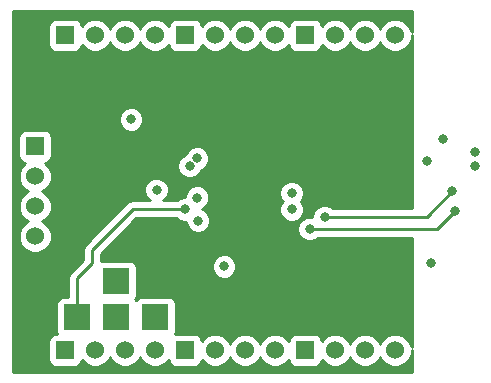
<source format=gbl>
G04 #@! TF.FileFunction,Copper,L4,Bot,Signal*
%FSLAX46Y46*%
G04 Gerber Fmt 4.6, Leading zero omitted, Abs format (unit mm)*
G04 Created by KiCad (PCBNEW (2015-01-16 BZR 5376)-product) date 25/06/2015 00:16:14*
%MOMM*%
G01*
G04 APERTURE LIST*
%ADD10C,0.150000*%
%ADD11R,1.524000X1.524000*%
%ADD12C,1.524000*%
%ADD13R,2.235200X2.235200*%
%ADD14C,0.800100*%
%ADD15C,0.254000*%
%ADD16C,0.508000*%
G04 APERTURE END LIST*
D10*
D11*
X109220000Y-45720000D03*
D12*
X111760000Y-45720000D03*
X114300000Y-45720000D03*
X116840000Y-45720000D03*
D11*
X99060000Y-45720000D03*
D12*
X101600000Y-45720000D03*
X104140000Y-45720000D03*
X106680000Y-45720000D03*
D11*
X88900000Y-45720000D03*
D12*
X91440000Y-45720000D03*
X93980000Y-45720000D03*
X96520000Y-45720000D03*
D11*
X109220000Y-72390000D03*
D12*
X111760000Y-72390000D03*
X114300000Y-72390000D03*
X116840000Y-72390000D03*
D11*
X99060000Y-72390000D03*
D12*
X101600000Y-72390000D03*
X104140000Y-72390000D03*
X106680000Y-72390000D03*
D11*
X88900000Y-72390000D03*
D12*
X91440000Y-72390000D03*
X93980000Y-72390000D03*
X96520000Y-72390000D03*
D11*
X86360000Y-55118000D03*
D12*
X86360000Y-57658000D03*
X86360000Y-60198000D03*
X86360000Y-62738000D03*
D13*
X96520000Y-69596000D03*
X93218000Y-69596000D03*
X89916000Y-69596000D03*
X93218000Y-66548000D03*
D14*
X120904000Y-54483000D03*
X119507000Y-56388000D03*
X123571000Y-55626000D03*
X123571000Y-56769000D03*
X100150500Y-61393500D03*
X100083500Y-59443500D03*
X94488000Y-52820000D03*
X108077000Y-59055000D03*
X108077000Y-60452000D03*
X119888000Y-65024000D03*
X96639500Y-58793500D03*
X100076000Y-56134000D03*
X99441000Y-56769000D03*
X102362000Y-65278000D03*
X109601000Y-62103000D03*
X121920000Y-60579000D03*
X110871000Y-61087000D03*
X121666000Y-58928000D03*
X99060000Y-60452000D03*
X113284000Y-55753000D03*
X113284000Y-53975000D03*
X100838000Y-69215000D03*
X103886000Y-69215000D03*
X102362000Y-69215000D03*
X96647000Y-56769000D03*
D15*
X100150500Y-61393500D02*
X100203000Y-61341000D01*
X100083500Y-59443500D02*
X100076000Y-59436000D01*
D16*
X94488000Y-52820000D02*
X94488000Y-52832000D01*
D15*
X96639500Y-58793500D02*
X96647000Y-58801000D01*
X120396000Y-62103000D02*
X109601000Y-62103000D01*
X121920000Y-60579000D02*
X120396000Y-62103000D01*
X119507000Y-61087000D02*
X110871000Y-61087000D01*
X121666000Y-58928000D02*
X119507000Y-61087000D01*
X116840000Y-72136000D02*
X116840000Y-72390000D01*
X89916000Y-66294000D02*
X91186000Y-65024000D01*
X91186000Y-65024000D02*
X91186000Y-63881000D01*
X91186000Y-63881000D02*
X94615000Y-60452000D01*
X94615000Y-60452000D02*
X99060000Y-60452000D01*
X89916000Y-69596000D02*
X89916000Y-66294000D01*
G36*
X118237000Y-74245470D02*
X84504530Y-74245470D01*
X84504530Y-43610530D01*
X90932000Y-43610530D01*
X118237000Y-43610530D01*
X118237000Y-45442753D01*
X118025010Y-44929697D01*
X117632370Y-44536371D01*
X117119100Y-44323243D01*
X116563339Y-44322758D01*
X116049697Y-44534990D01*
X115656371Y-44927630D01*
X115570050Y-45135512D01*
X115485010Y-44929697D01*
X115092370Y-44536371D01*
X114579100Y-44323243D01*
X114023339Y-44322758D01*
X113509697Y-44534990D01*
X113116371Y-44927630D01*
X113030050Y-45135512D01*
X112945010Y-44929697D01*
X112552370Y-44536371D01*
X112039100Y-44323243D01*
X111483339Y-44322758D01*
X110969697Y-44534990D01*
X110615892Y-44888177D01*
X110582463Y-44715877D01*
X110442673Y-44503073D01*
X110231640Y-44360623D01*
X109982000Y-44310560D01*
X108458000Y-44310560D01*
X108215877Y-44357537D01*
X108003073Y-44497327D01*
X107860623Y-44708360D01*
X107824395Y-44889011D01*
X107472370Y-44536371D01*
X106959100Y-44323243D01*
X106403339Y-44322758D01*
X105889697Y-44534990D01*
X105496371Y-44927630D01*
X105410050Y-45135512D01*
X105325010Y-44929697D01*
X104932370Y-44536371D01*
X104419100Y-44323243D01*
X103863339Y-44322758D01*
X103349697Y-44534990D01*
X102956371Y-44927630D01*
X102870050Y-45135512D01*
X102785010Y-44929697D01*
X102392370Y-44536371D01*
X101879100Y-44323243D01*
X101323339Y-44322758D01*
X100809697Y-44534990D01*
X100455892Y-44888177D01*
X100422463Y-44715877D01*
X100282673Y-44503073D01*
X100071640Y-44360623D01*
X99822000Y-44310560D01*
X98298000Y-44310560D01*
X98055877Y-44357537D01*
X97843073Y-44497327D01*
X97700623Y-44708360D01*
X97664395Y-44889011D01*
X97312370Y-44536371D01*
X96799100Y-44323243D01*
X96243339Y-44322758D01*
X95729697Y-44534990D01*
X95336371Y-44927630D01*
X95250050Y-45135512D01*
X95165010Y-44929697D01*
X94772370Y-44536371D01*
X94259100Y-44323243D01*
X93703339Y-44322758D01*
X93189697Y-44534990D01*
X92796371Y-44927630D01*
X92710050Y-45135512D01*
X92625010Y-44929697D01*
X92232370Y-44536371D01*
X91719100Y-44323243D01*
X91163339Y-44322758D01*
X90649697Y-44534990D01*
X90295892Y-44888177D01*
X90262463Y-44715877D01*
X90122673Y-44503073D01*
X89911640Y-44360623D01*
X89662000Y-44310560D01*
X88138000Y-44310560D01*
X87895877Y-44357537D01*
X87683073Y-44497327D01*
X87540623Y-44708360D01*
X87490560Y-44958000D01*
X87490560Y-46482000D01*
X87537537Y-46724123D01*
X87677327Y-46936927D01*
X87888360Y-47079377D01*
X88138000Y-47129440D01*
X89662000Y-47129440D01*
X89904123Y-47082463D01*
X90116927Y-46942673D01*
X90259377Y-46731640D01*
X90295604Y-46550988D01*
X90647630Y-46903629D01*
X91160900Y-47116757D01*
X91716661Y-47117242D01*
X92230303Y-46905010D01*
X92623629Y-46512370D01*
X92709949Y-46304487D01*
X92794990Y-46510303D01*
X93187630Y-46903629D01*
X93700900Y-47116757D01*
X94256661Y-47117242D01*
X94770303Y-46905010D01*
X95163629Y-46512370D01*
X95249949Y-46304487D01*
X95334990Y-46510303D01*
X95727630Y-46903629D01*
X96240900Y-47116757D01*
X96796661Y-47117242D01*
X97310303Y-46905010D01*
X97664107Y-46551822D01*
X97697537Y-46724123D01*
X97837327Y-46936927D01*
X98048360Y-47079377D01*
X98298000Y-47129440D01*
X99822000Y-47129440D01*
X100064123Y-47082463D01*
X100276927Y-46942673D01*
X100419377Y-46731640D01*
X100455604Y-46550988D01*
X100807630Y-46903629D01*
X101320900Y-47116757D01*
X101876661Y-47117242D01*
X102390303Y-46905010D01*
X102783629Y-46512370D01*
X102869949Y-46304487D01*
X102954990Y-46510303D01*
X103347630Y-46903629D01*
X103860900Y-47116757D01*
X104416661Y-47117242D01*
X104930303Y-46905010D01*
X105323629Y-46512370D01*
X105409949Y-46304487D01*
X105494990Y-46510303D01*
X105887630Y-46903629D01*
X106400900Y-47116757D01*
X106956661Y-47117242D01*
X107470303Y-46905010D01*
X107824107Y-46551822D01*
X107857537Y-46724123D01*
X107997327Y-46936927D01*
X108208360Y-47079377D01*
X108458000Y-47129440D01*
X109982000Y-47129440D01*
X110224123Y-47082463D01*
X110436927Y-46942673D01*
X110579377Y-46731640D01*
X110615604Y-46550988D01*
X110967630Y-46903629D01*
X111480900Y-47116757D01*
X112036661Y-47117242D01*
X112550303Y-46905010D01*
X112943629Y-46512370D01*
X113029949Y-46304487D01*
X113114990Y-46510303D01*
X113507630Y-46903629D01*
X114020900Y-47116757D01*
X114576661Y-47117242D01*
X115090303Y-46905010D01*
X115483629Y-46512370D01*
X115569949Y-46304487D01*
X115654990Y-46510303D01*
X116047630Y-46903629D01*
X116560900Y-47116757D01*
X117116661Y-47117242D01*
X117630303Y-46905010D01*
X118023629Y-46512370D01*
X118236757Y-45999100D01*
X118237000Y-45720646D01*
X118237000Y-60325000D01*
X111572834Y-60325000D01*
X111458074Y-60210039D01*
X111077787Y-60052130D01*
X110666019Y-60051771D01*
X110285457Y-60209016D01*
X109994039Y-60499926D01*
X109836130Y-60880213D01*
X109835955Y-61079826D01*
X109807787Y-61068130D01*
X109396019Y-61067771D01*
X109112229Y-61185030D01*
X109112229Y-60247019D01*
X108954984Y-59866457D01*
X108842282Y-59753558D01*
X108953961Y-59642074D01*
X109111870Y-59261787D01*
X109112229Y-58850019D01*
X108954984Y-58469457D01*
X108664074Y-58178039D01*
X108283787Y-58020130D01*
X107872019Y-58019771D01*
X107491457Y-58177016D01*
X107200039Y-58467926D01*
X107042130Y-58848213D01*
X107041771Y-59259981D01*
X107199016Y-59640543D01*
X107311717Y-59753441D01*
X107200039Y-59864926D01*
X107042130Y-60245213D01*
X107041771Y-60656981D01*
X107199016Y-61037543D01*
X107489926Y-61328961D01*
X107870213Y-61486870D01*
X108281981Y-61487229D01*
X108662543Y-61329984D01*
X108953961Y-61039074D01*
X109111870Y-60658787D01*
X109112229Y-60247019D01*
X109112229Y-61185030D01*
X109015457Y-61225016D01*
X108724039Y-61515926D01*
X108566130Y-61896213D01*
X108565771Y-62307981D01*
X108723016Y-62688543D01*
X109013926Y-62979961D01*
X109394213Y-63137870D01*
X109805981Y-63138229D01*
X110186543Y-62980984D01*
X110302729Y-62865000D01*
X118237000Y-62865000D01*
X118237000Y-72112753D01*
X118025010Y-71599697D01*
X117632370Y-71206371D01*
X117119100Y-70993243D01*
X116563339Y-70992758D01*
X116049697Y-71204990D01*
X115656371Y-71597630D01*
X115570050Y-71805512D01*
X115485010Y-71599697D01*
X115092370Y-71206371D01*
X114579100Y-70993243D01*
X114023339Y-70992758D01*
X113509697Y-71204990D01*
X113116371Y-71597630D01*
X113030050Y-71805512D01*
X112945010Y-71599697D01*
X112552370Y-71206371D01*
X112039100Y-70993243D01*
X111483339Y-70992758D01*
X110969697Y-71204990D01*
X110615892Y-71558177D01*
X110582463Y-71385877D01*
X110442673Y-71173073D01*
X110231640Y-71030623D01*
X109982000Y-70980560D01*
X108458000Y-70980560D01*
X108215877Y-71027537D01*
X108003073Y-71167327D01*
X107860623Y-71378360D01*
X107824395Y-71559011D01*
X107472370Y-71206371D01*
X106959100Y-70993243D01*
X106403339Y-70992758D01*
X105889697Y-71204990D01*
X105496371Y-71597630D01*
X105410050Y-71805512D01*
X105325010Y-71599697D01*
X104932370Y-71206371D01*
X104419100Y-70993243D01*
X103863339Y-70992758D01*
X103397229Y-71185350D01*
X103397229Y-65073019D01*
X103239984Y-64692457D01*
X102949074Y-64401039D01*
X102568787Y-64243130D01*
X102157019Y-64242771D01*
X101776457Y-64400016D01*
X101485039Y-64690926D01*
X101327130Y-65071213D01*
X101326771Y-65482981D01*
X101484016Y-65863543D01*
X101774926Y-66154961D01*
X102155213Y-66312870D01*
X102566981Y-66313229D01*
X102947543Y-66155984D01*
X103238961Y-65865074D01*
X103396870Y-65484787D01*
X103397229Y-65073019D01*
X103397229Y-71185350D01*
X103349697Y-71204990D01*
X102956371Y-71597630D01*
X102870050Y-71805512D01*
X102785010Y-71599697D01*
X102392370Y-71206371D01*
X101879100Y-70993243D01*
X101323339Y-70992758D01*
X100809697Y-71204990D01*
X100455892Y-71558177D01*
X100422463Y-71385877D01*
X100282673Y-71173073D01*
X100071640Y-71030623D01*
X99822000Y-70980560D01*
X98298000Y-70980560D01*
X98212026Y-70997240D01*
X98234977Y-70963240D01*
X98285040Y-70713600D01*
X98285040Y-68478400D01*
X98238063Y-68236277D01*
X98098273Y-68023473D01*
X97887240Y-67881023D01*
X97637600Y-67830960D01*
X95402400Y-67830960D01*
X95160277Y-67877937D01*
X94947473Y-68017727D01*
X94868931Y-68134082D01*
X94827662Y-68071258D01*
X94932977Y-67915240D01*
X94983040Y-67665600D01*
X94983040Y-65430400D01*
X94936063Y-65188277D01*
X94796273Y-64975473D01*
X94585240Y-64833023D01*
X94335600Y-64782960D01*
X92100400Y-64782960D01*
X91948000Y-64812528D01*
X91948000Y-64196630D01*
X94930630Y-61214000D01*
X98358165Y-61214000D01*
X98472926Y-61328961D01*
X98853213Y-61486870D01*
X99115368Y-61487098D01*
X99115271Y-61598481D01*
X99272516Y-61979043D01*
X99563426Y-62270461D01*
X99943713Y-62428370D01*
X100355481Y-62428729D01*
X100736043Y-62271484D01*
X101027461Y-61980574D01*
X101185370Y-61600287D01*
X101185729Y-61188519D01*
X101028484Y-60807957D01*
X100737574Y-60516539D01*
X100467941Y-60404577D01*
X100669043Y-60321484D01*
X100960461Y-60030574D01*
X101118370Y-59650287D01*
X101118729Y-59238519D01*
X101111229Y-59220367D01*
X101111229Y-55929019D01*
X100953984Y-55548457D01*
X100663074Y-55257039D01*
X100282787Y-55099130D01*
X99871019Y-55098771D01*
X99490457Y-55256016D01*
X99199039Y-55546926D01*
X99097727Y-55790912D01*
X98855457Y-55891016D01*
X98564039Y-56181926D01*
X98406130Y-56562213D01*
X98405771Y-56973981D01*
X98563016Y-57354543D01*
X98853926Y-57645961D01*
X99234213Y-57803870D01*
X99645981Y-57804229D01*
X100026543Y-57646984D01*
X100317961Y-57356074D01*
X100419272Y-57112087D01*
X100661543Y-57011984D01*
X100952961Y-56721074D01*
X101110870Y-56340787D01*
X101111229Y-55929019D01*
X101111229Y-59220367D01*
X100961484Y-58857957D01*
X100670574Y-58566539D01*
X100290287Y-58408630D01*
X99878519Y-58408271D01*
X99497957Y-58565516D01*
X99206539Y-58856426D01*
X99048630Y-59236713D01*
X99048472Y-59416939D01*
X98855019Y-59416771D01*
X98474457Y-59574016D01*
X98358270Y-59690000D01*
X97180230Y-59690000D01*
X97225043Y-59671484D01*
X97516461Y-59380574D01*
X97674370Y-59000287D01*
X97674729Y-58588519D01*
X97517484Y-58207957D01*
X97226574Y-57916539D01*
X96846287Y-57758630D01*
X96434519Y-57758271D01*
X96053957Y-57915516D01*
X95762539Y-58206426D01*
X95604630Y-58586713D01*
X95604271Y-58998481D01*
X95761516Y-59379043D01*
X96052426Y-59670461D01*
X96099481Y-59690000D01*
X95523229Y-59690000D01*
X95523229Y-52615019D01*
X95365984Y-52234457D01*
X95075074Y-51943039D01*
X94694787Y-51785130D01*
X94283019Y-51784771D01*
X93902457Y-51942016D01*
X93611039Y-52232926D01*
X93453130Y-52613213D01*
X93452771Y-53024981D01*
X93610016Y-53405543D01*
X93900926Y-53696961D01*
X94281213Y-53854870D01*
X94692981Y-53855229D01*
X95073543Y-53697984D01*
X95364961Y-53407074D01*
X95522870Y-53026787D01*
X95523229Y-52615019D01*
X95523229Y-59690000D01*
X94615000Y-59690000D01*
X94323395Y-59748004D01*
X94076184Y-59913185D01*
X90647185Y-63342185D01*
X90482004Y-63589395D01*
X90424000Y-63881000D01*
X90424000Y-64708369D01*
X89377185Y-65755185D01*
X89212004Y-66002395D01*
X89154000Y-66294000D01*
X89154000Y-67830960D01*
X88798400Y-67830960D01*
X88556277Y-67877937D01*
X88343473Y-68017727D01*
X88201023Y-68228760D01*
X88150960Y-68478400D01*
X88150960Y-70713600D01*
X88197937Y-70955723D01*
X88214252Y-70980560D01*
X88138000Y-70980560D01*
X87895877Y-71027537D01*
X87769440Y-71110592D01*
X87769440Y-55880000D01*
X87769440Y-54356000D01*
X87722463Y-54113877D01*
X87582673Y-53901073D01*
X87371640Y-53758623D01*
X87122000Y-53708560D01*
X85598000Y-53708560D01*
X85355877Y-53755537D01*
X85143073Y-53895327D01*
X85000623Y-54106360D01*
X84950560Y-54356000D01*
X84950560Y-55880000D01*
X84997537Y-56122123D01*
X85137327Y-56334927D01*
X85348360Y-56477377D01*
X85529011Y-56513604D01*
X85176371Y-56865630D01*
X84963243Y-57378900D01*
X84962758Y-57934661D01*
X85174990Y-58448303D01*
X85567630Y-58841629D01*
X85775512Y-58927949D01*
X85569697Y-59012990D01*
X85176371Y-59405630D01*
X84963243Y-59918900D01*
X84962758Y-60474661D01*
X85174990Y-60988303D01*
X85567630Y-61381629D01*
X85775512Y-61467949D01*
X85569697Y-61552990D01*
X85176371Y-61945630D01*
X84963243Y-62458900D01*
X84962758Y-63014661D01*
X85174990Y-63528303D01*
X85567630Y-63921629D01*
X86080900Y-64134757D01*
X86636661Y-64135242D01*
X87150303Y-63923010D01*
X87543629Y-63530370D01*
X87756757Y-63017100D01*
X87757242Y-62461339D01*
X87545010Y-61947697D01*
X87152370Y-61554371D01*
X86944487Y-61468050D01*
X87150303Y-61383010D01*
X87543629Y-60990370D01*
X87756757Y-60477100D01*
X87757242Y-59921339D01*
X87545010Y-59407697D01*
X87152370Y-59014371D01*
X86944487Y-58928050D01*
X87150303Y-58843010D01*
X87543629Y-58450370D01*
X87756757Y-57937100D01*
X87757242Y-57381339D01*
X87545010Y-56867697D01*
X87191822Y-56513892D01*
X87364123Y-56480463D01*
X87576927Y-56340673D01*
X87719377Y-56129640D01*
X87769440Y-55880000D01*
X87769440Y-71110592D01*
X87683073Y-71167327D01*
X87540623Y-71378360D01*
X87490560Y-71628000D01*
X87490560Y-73152000D01*
X87537537Y-73394123D01*
X87677327Y-73606927D01*
X87888360Y-73749377D01*
X88138000Y-73799440D01*
X89662000Y-73799440D01*
X89904123Y-73752463D01*
X90116927Y-73612673D01*
X90259377Y-73401640D01*
X90295604Y-73220988D01*
X90647630Y-73573629D01*
X91160900Y-73786757D01*
X91716661Y-73787242D01*
X92230303Y-73575010D01*
X92623629Y-73182370D01*
X92709949Y-72974487D01*
X92794990Y-73180303D01*
X93187630Y-73573629D01*
X93700900Y-73786757D01*
X94256661Y-73787242D01*
X94770303Y-73575010D01*
X95163629Y-73182370D01*
X95249949Y-72974487D01*
X95334990Y-73180303D01*
X95727630Y-73573629D01*
X96240900Y-73786757D01*
X96796661Y-73787242D01*
X97310303Y-73575010D01*
X97664107Y-73221822D01*
X97697537Y-73394123D01*
X97837327Y-73606927D01*
X98048360Y-73749377D01*
X98298000Y-73799440D01*
X99822000Y-73799440D01*
X100064123Y-73752463D01*
X100276927Y-73612673D01*
X100419377Y-73401640D01*
X100455604Y-73220988D01*
X100807630Y-73573629D01*
X101320900Y-73786757D01*
X101876661Y-73787242D01*
X102390303Y-73575010D01*
X102783629Y-73182370D01*
X102869949Y-72974487D01*
X102954990Y-73180303D01*
X103347630Y-73573629D01*
X103860900Y-73786757D01*
X104416661Y-73787242D01*
X104930303Y-73575010D01*
X105323629Y-73182370D01*
X105409949Y-72974487D01*
X105494990Y-73180303D01*
X105887630Y-73573629D01*
X106400900Y-73786757D01*
X106956661Y-73787242D01*
X107470303Y-73575010D01*
X107824107Y-73221822D01*
X107857537Y-73394123D01*
X107997327Y-73606927D01*
X108208360Y-73749377D01*
X108458000Y-73799440D01*
X109982000Y-73799440D01*
X110224123Y-73752463D01*
X110436927Y-73612673D01*
X110579377Y-73401640D01*
X110615604Y-73220988D01*
X110967630Y-73573629D01*
X111480900Y-73786757D01*
X112036661Y-73787242D01*
X112550303Y-73575010D01*
X112943629Y-73182370D01*
X113029949Y-72974487D01*
X113114990Y-73180303D01*
X113507630Y-73573629D01*
X114020900Y-73786757D01*
X114576661Y-73787242D01*
X115090303Y-73575010D01*
X115483629Y-73182370D01*
X115569949Y-72974487D01*
X115654990Y-73180303D01*
X116047630Y-73573629D01*
X116560900Y-73786757D01*
X117116661Y-73787242D01*
X117630303Y-73575010D01*
X118023629Y-73182370D01*
X118236757Y-72669100D01*
X118237000Y-72390646D01*
X118237000Y-74245470D01*
X118237000Y-74245470D01*
G37*
X118237000Y-74245470D02*
X84504530Y-74245470D01*
X84504530Y-43610530D01*
X90932000Y-43610530D01*
X118237000Y-43610530D01*
X118237000Y-45442753D01*
X118025010Y-44929697D01*
X117632370Y-44536371D01*
X117119100Y-44323243D01*
X116563339Y-44322758D01*
X116049697Y-44534990D01*
X115656371Y-44927630D01*
X115570050Y-45135512D01*
X115485010Y-44929697D01*
X115092370Y-44536371D01*
X114579100Y-44323243D01*
X114023339Y-44322758D01*
X113509697Y-44534990D01*
X113116371Y-44927630D01*
X113030050Y-45135512D01*
X112945010Y-44929697D01*
X112552370Y-44536371D01*
X112039100Y-44323243D01*
X111483339Y-44322758D01*
X110969697Y-44534990D01*
X110615892Y-44888177D01*
X110582463Y-44715877D01*
X110442673Y-44503073D01*
X110231640Y-44360623D01*
X109982000Y-44310560D01*
X108458000Y-44310560D01*
X108215877Y-44357537D01*
X108003073Y-44497327D01*
X107860623Y-44708360D01*
X107824395Y-44889011D01*
X107472370Y-44536371D01*
X106959100Y-44323243D01*
X106403339Y-44322758D01*
X105889697Y-44534990D01*
X105496371Y-44927630D01*
X105410050Y-45135512D01*
X105325010Y-44929697D01*
X104932370Y-44536371D01*
X104419100Y-44323243D01*
X103863339Y-44322758D01*
X103349697Y-44534990D01*
X102956371Y-44927630D01*
X102870050Y-45135512D01*
X102785010Y-44929697D01*
X102392370Y-44536371D01*
X101879100Y-44323243D01*
X101323339Y-44322758D01*
X100809697Y-44534990D01*
X100455892Y-44888177D01*
X100422463Y-44715877D01*
X100282673Y-44503073D01*
X100071640Y-44360623D01*
X99822000Y-44310560D01*
X98298000Y-44310560D01*
X98055877Y-44357537D01*
X97843073Y-44497327D01*
X97700623Y-44708360D01*
X97664395Y-44889011D01*
X97312370Y-44536371D01*
X96799100Y-44323243D01*
X96243339Y-44322758D01*
X95729697Y-44534990D01*
X95336371Y-44927630D01*
X95250050Y-45135512D01*
X95165010Y-44929697D01*
X94772370Y-44536371D01*
X94259100Y-44323243D01*
X93703339Y-44322758D01*
X93189697Y-44534990D01*
X92796371Y-44927630D01*
X92710050Y-45135512D01*
X92625010Y-44929697D01*
X92232370Y-44536371D01*
X91719100Y-44323243D01*
X91163339Y-44322758D01*
X90649697Y-44534990D01*
X90295892Y-44888177D01*
X90262463Y-44715877D01*
X90122673Y-44503073D01*
X89911640Y-44360623D01*
X89662000Y-44310560D01*
X88138000Y-44310560D01*
X87895877Y-44357537D01*
X87683073Y-44497327D01*
X87540623Y-44708360D01*
X87490560Y-44958000D01*
X87490560Y-46482000D01*
X87537537Y-46724123D01*
X87677327Y-46936927D01*
X87888360Y-47079377D01*
X88138000Y-47129440D01*
X89662000Y-47129440D01*
X89904123Y-47082463D01*
X90116927Y-46942673D01*
X90259377Y-46731640D01*
X90295604Y-46550988D01*
X90647630Y-46903629D01*
X91160900Y-47116757D01*
X91716661Y-47117242D01*
X92230303Y-46905010D01*
X92623629Y-46512370D01*
X92709949Y-46304487D01*
X92794990Y-46510303D01*
X93187630Y-46903629D01*
X93700900Y-47116757D01*
X94256661Y-47117242D01*
X94770303Y-46905010D01*
X95163629Y-46512370D01*
X95249949Y-46304487D01*
X95334990Y-46510303D01*
X95727630Y-46903629D01*
X96240900Y-47116757D01*
X96796661Y-47117242D01*
X97310303Y-46905010D01*
X97664107Y-46551822D01*
X97697537Y-46724123D01*
X97837327Y-46936927D01*
X98048360Y-47079377D01*
X98298000Y-47129440D01*
X99822000Y-47129440D01*
X100064123Y-47082463D01*
X100276927Y-46942673D01*
X100419377Y-46731640D01*
X100455604Y-46550988D01*
X100807630Y-46903629D01*
X101320900Y-47116757D01*
X101876661Y-47117242D01*
X102390303Y-46905010D01*
X102783629Y-46512370D01*
X102869949Y-46304487D01*
X102954990Y-46510303D01*
X103347630Y-46903629D01*
X103860900Y-47116757D01*
X104416661Y-47117242D01*
X104930303Y-46905010D01*
X105323629Y-46512370D01*
X105409949Y-46304487D01*
X105494990Y-46510303D01*
X105887630Y-46903629D01*
X106400900Y-47116757D01*
X106956661Y-47117242D01*
X107470303Y-46905010D01*
X107824107Y-46551822D01*
X107857537Y-46724123D01*
X107997327Y-46936927D01*
X108208360Y-47079377D01*
X108458000Y-47129440D01*
X109982000Y-47129440D01*
X110224123Y-47082463D01*
X110436927Y-46942673D01*
X110579377Y-46731640D01*
X110615604Y-46550988D01*
X110967630Y-46903629D01*
X111480900Y-47116757D01*
X112036661Y-47117242D01*
X112550303Y-46905010D01*
X112943629Y-46512370D01*
X113029949Y-46304487D01*
X113114990Y-46510303D01*
X113507630Y-46903629D01*
X114020900Y-47116757D01*
X114576661Y-47117242D01*
X115090303Y-46905010D01*
X115483629Y-46512370D01*
X115569949Y-46304487D01*
X115654990Y-46510303D01*
X116047630Y-46903629D01*
X116560900Y-47116757D01*
X117116661Y-47117242D01*
X117630303Y-46905010D01*
X118023629Y-46512370D01*
X118236757Y-45999100D01*
X118237000Y-45720646D01*
X118237000Y-60325000D01*
X111572834Y-60325000D01*
X111458074Y-60210039D01*
X111077787Y-60052130D01*
X110666019Y-60051771D01*
X110285457Y-60209016D01*
X109994039Y-60499926D01*
X109836130Y-60880213D01*
X109835955Y-61079826D01*
X109807787Y-61068130D01*
X109396019Y-61067771D01*
X109112229Y-61185030D01*
X109112229Y-60247019D01*
X108954984Y-59866457D01*
X108842282Y-59753558D01*
X108953961Y-59642074D01*
X109111870Y-59261787D01*
X109112229Y-58850019D01*
X108954984Y-58469457D01*
X108664074Y-58178039D01*
X108283787Y-58020130D01*
X107872019Y-58019771D01*
X107491457Y-58177016D01*
X107200039Y-58467926D01*
X107042130Y-58848213D01*
X107041771Y-59259981D01*
X107199016Y-59640543D01*
X107311717Y-59753441D01*
X107200039Y-59864926D01*
X107042130Y-60245213D01*
X107041771Y-60656981D01*
X107199016Y-61037543D01*
X107489926Y-61328961D01*
X107870213Y-61486870D01*
X108281981Y-61487229D01*
X108662543Y-61329984D01*
X108953961Y-61039074D01*
X109111870Y-60658787D01*
X109112229Y-60247019D01*
X109112229Y-61185030D01*
X109015457Y-61225016D01*
X108724039Y-61515926D01*
X108566130Y-61896213D01*
X108565771Y-62307981D01*
X108723016Y-62688543D01*
X109013926Y-62979961D01*
X109394213Y-63137870D01*
X109805981Y-63138229D01*
X110186543Y-62980984D01*
X110302729Y-62865000D01*
X118237000Y-62865000D01*
X118237000Y-72112753D01*
X118025010Y-71599697D01*
X117632370Y-71206371D01*
X117119100Y-70993243D01*
X116563339Y-70992758D01*
X116049697Y-71204990D01*
X115656371Y-71597630D01*
X115570050Y-71805512D01*
X115485010Y-71599697D01*
X115092370Y-71206371D01*
X114579100Y-70993243D01*
X114023339Y-70992758D01*
X113509697Y-71204990D01*
X113116371Y-71597630D01*
X113030050Y-71805512D01*
X112945010Y-71599697D01*
X112552370Y-71206371D01*
X112039100Y-70993243D01*
X111483339Y-70992758D01*
X110969697Y-71204990D01*
X110615892Y-71558177D01*
X110582463Y-71385877D01*
X110442673Y-71173073D01*
X110231640Y-71030623D01*
X109982000Y-70980560D01*
X108458000Y-70980560D01*
X108215877Y-71027537D01*
X108003073Y-71167327D01*
X107860623Y-71378360D01*
X107824395Y-71559011D01*
X107472370Y-71206371D01*
X106959100Y-70993243D01*
X106403339Y-70992758D01*
X105889697Y-71204990D01*
X105496371Y-71597630D01*
X105410050Y-71805512D01*
X105325010Y-71599697D01*
X104932370Y-71206371D01*
X104419100Y-70993243D01*
X103863339Y-70992758D01*
X103397229Y-71185350D01*
X103397229Y-65073019D01*
X103239984Y-64692457D01*
X102949074Y-64401039D01*
X102568787Y-64243130D01*
X102157019Y-64242771D01*
X101776457Y-64400016D01*
X101485039Y-64690926D01*
X101327130Y-65071213D01*
X101326771Y-65482981D01*
X101484016Y-65863543D01*
X101774926Y-66154961D01*
X102155213Y-66312870D01*
X102566981Y-66313229D01*
X102947543Y-66155984D01*
X103238961Y-65865074D01*
X103396870Y-65484787D01*
X103397229Y-65073019D01*
X103397229Y-71185350D01*
X103349697Y-71204990D01*
X102956371Y-71597630D01*
X102870050Y-71805512D01*
X102785010Y-71599697D01*
X102392370Y-71206371D01*
X101879100Y-70993243D01*
X101323339Y-70992758D01*
X100809697Y-71204990D01*
X100455892Y-71558177D01*
X100422463Y-71385877D01*
X100282673Y-71173073D01*
X100071640Y-71030623D01*
X99822000Y-70980560D01*
X98298000Y-70980560D01*
X98212026Y-70997240D01*
X98234977Y-70963240D01*
X98285040Y-70713600D01*
X98285040Y-68478400D01*
X98238063Y-68236277D01*
X98098273Y-68023473D01*
X97887240Y-67881023D01*
X97637600Y-67830960D01*
X95402400Y-67830960D01*
X95160277Y-67877937D01*
X94947473Y-68017727D01*
X94868931Y-68134082D01*
X94827662Y-68071258D01*
X94932977Y-67915240D01*
X94983040Y-67665600D01*
X94983040Y-65430400D01*
X94936063Y-65188277D01*
X94796273Y-64975473D01*
X94585240Y-64833023D01*
X94335600Y-64782960D01*
X92100400Y-64782960D01*
X91948000Y-64812528D01*
X91948000Y-64196630D01*
X94930630Y-61214000D01*
X98358165Y-61214000D01*
X98472926Y-61328961D01*
X98853213Y-61486870D01*
X99115368Y-61487098D01*
X99115271Y-61598481D01*
X99272516Y-61979043D01*
X99563426Y-62270461D01*
X99943713Y-62428370D01*
X100355481Y-62428729D01*
X100736043Y-62271484D01*
X101027461Y-61980574D01*
X101185370Y-61600287D01*
X101185729Y-61188519D01*
X101028484Y-60807957D01*
X100737574Y-60516539D01*
X100467941Y-60404577D01*
X100669043Y-60321484D01*
X100960461Y-60030574D01*
X101118370Y-59650287D01*
X101118729Y-59238519D01*
X101111229Y-59220367D01*
X101111229Y-55929019D01*
X100953984Y-55548457D01*
X100663074Y-55257039D01*
X100282787Y-55099130D01*
X99871019Y-55098771D01*
X99490457Y-55256016D01*
X99199039Y-55546926D01*
X99097727Y-55790912D01*
X98855457Y-55891016D01*
X98564039Y-56181926D01*
X98406130Y-56562213D01*
X98405771Y-56973981D01*
X98563016Y-57354543D01*
X98853926Y-57645961D01*
X99234213Y-57803870D01*
X99645981Y-57804229D01*
X100026543Y-57646984D01*
X100317961Y-57356074D01*
X100419272Y-57112087D01*
X100661543Y-57011984D01*
X100952961Y-56721074D01*
X101110870Y-56340787D01*
X101111229Y-55929019D01*
X101111229Y-59220367D01*
X100961484Y-58857957D01*
X100670574Y-58566539D01*
X100290287Y-58408630D01*
X99878519Y-58408271D01*
X99497957Y-58565516D01*
X99206539Y-58856426D01*
X99048630Y-59236713D01*
X99048472Y-59416939D01*
X98855019Y-59416771D01*
X98474457Y-59574016D01*
X98358270Y-59690000D01*
X97180230Y-59690000D01*
X97225043Y-59671484D01*
X97516461Y-59380574D01*
X97674370Y-59000287D01*
X97674729Y-58588519D01*
X97517484Y-58207957D01*
X97226574Y-57916539D01*
X96846287Y-57758630D01*
X96434519Y-57758271D01*
X96053957Y-57915516D01*
X95762539Y-58206426D01*
X95604630Y-58586713D01*
X95604271Y-58998481D01*
X95761516Y-59379043D01*
X96052426Y-59670461D01*
X96099481Y-59690000D01*
X95523229Y-59690000D01*
X95523229Y-52615019D01*
X95365984Y-52234457D01*
X95075074Y-51943039D01*
X94694787Y-51785130D01*
X94283019Y-51784771D01*
X93902457Y-51942016D01*
X93611039Y-52232926D01*
X93453130Y-52613213D01*
X93452771Y-53024981D01*
X93610016Y-53405543D01*
X93900926Y-53696961D01*
X94281213Y-53854870D01*
X94692981Y-53855229D01*
X95073543Y-53697984D01*
X95364961Y-53407074D01*
X95522870Y-53026787D01*
X95523229Y-52615019D01*
X95523229Y-59690000D01*
X94615000Y-59690000D01*
X94323395Y-59748004D01*
X94076184Y-59913185D01*
X90647185Y-63342185D01*
X90482004Y-63589395D01*
X90424000Y-63881000D01*
X90424000Y-64708369D01*
X89377185Y-65755185D01*
X89212004Y-66002395D01*
X89154000Y-66294000D01*
X89154000Y-67830960D01*
X88798400Y-67830960D01*
X88556277Y-67877937D01*
X88343473Y-68017727D01*
X88201023Y-68228760D01*
X88150960Y-68478400D01*
X88150960Y-70713600D01*
X88197937Y-70955723D01*
X88214252Y-70980560D01*
X88138000Y-70980560D01*
X87895877Y-71027537D01*
X87769440Y-71110592D01*
X87769440Y-55880000D01*
X87769440Y-54356000D01*
X87722463Y-54113877D01*
X87582673Y-53901073D01*
X87371640Y-53758623D01*
X87122000Y-53708560D01*
X85598000Y-53708560D01*
X85355877Y-53755537D01*
X85143073Y-53895327D01*
X85000623Y-54106360D01*
X84950560Y-54356000D01*
X84950560Y-55880000D01*
X84997537Y-56122123D01*
X85137327Y-56334927D01*
X85348360Y-56477377D01*
X85529011Y-56513604D01*
X85176371Y-56865630D01*
X84963243Y-57378900D01*
X84962758Y-57934661D01*
X85174990Y-58448303D01*
X85567630Y-58841629D01*
X85775512Y-58927949D01*
X85569697Y-59012990D01*
X85176371Y-59405630D01*
X84963243Y-59918900D01*
X84962758Y-60474661D01*
X85174990Y-60988303D01*
X85567630Y-61381629D01*
X85775512Y-61467949D01*
X85569697Y-61552990D01*
X85176371Y-61945630D01*
X84963243Y-62458900D01*
X84962758Y-63014661D01*
X85174990Y-63528303D01*
X85567630Y-63921629D01*
X86080900Y-64134757D01*
X86636661Y-64135242D01*
X87150303Y-63923010D01*
X87543629Y-63530370D01*
X87756757Y-63017100D01*
X87757242Y-62461339D01*
X87545010Y-61947697D01*
X87152370Y-61554371D01*
X86944487Y-61468050D01*
X87150303Y-61383010D01*
X87543629Y-60990370D01*
X87756757Y-60477100D01*
X87757242Y-59921339D01*
X87545010Y-59407697D01*
X87152370Y-59014371D01*
X86944487Y-58928050D01*
X87150303Y-58843010D01*
X87543629Y-58450370D01*
X87756757Y-57937100D01*
X87757242Y-57381339D01*
X87545010Y-56867697D01*
X87191822Y-56513892D01*
X87364123Y-56480463D01*
X87576927Y-56340673D01*
X87719377Y-56129640D01*
X87769440Y-55880000D01*
X87769440Y-71110592D01*
X87683073Y-71167327D01*
X87540623Y-71378360D01*
X87490560Y-71628000D01*
X87490560Y-73152000D01*
X87537537Y-73394123D01*
X87677327Y-73606927D01*
X87888360Y-73749377D01*
X88138000Y-73799440D01*
X89662000Y-73799440D01*
X89904123Y-73752463D01*
X90116927Y-73612673D01*
X90259377Y-73401640D01*
X90295604Y-73220988D01*
X90647630Y-73573629D01*
X91160900Y-73786757D01*
X91716661Y-73787242D01*
X92230303Y-73575010D01*
X92623629Y-73182370D01*
X92709949Y-72974487D01*
X92794990Y-73180303D01*
X93187630Y-73573629D01*
X93700900Y-73786757D01*
X94256661Y-73787242D01*
X94770303Y-73575010D01*
X95163629Y-73182370D01*
X95249949Y-72974487D01*
X95334990Y-73180303D01*
X95727630Y-73573629D01*
X96240900Y-73786757D01*
X96796661Y-73787242D01*
X97310303Y-73575010D01*
X97664107Y-73221822D01*
X97697537Y-73394123D01*
X97837327Y-73606927D01*
X98048360Y-73749377D01*
X98298000Y-73799440D01*
X99822000Y-73799440D01*
X100064123Y-73752463D01*
X100276927Y-73612673D01*
X100419377Y-73401640D01*
X100455604Y-73220988D01*
X100807630Y-73573629D01*
X101320900Y-73786757D01*
X101876661Y-73787242D01*
X102390303Y-73575010D01*
X102783629Y-73182370D01*
X102869949Y-72974487D01*
X102954990Y-73180303D01*
X103347630Y-73573629D01*
X103860900Y-73786757D01*
X104416661Y-73787242D01*
X104930303Y-73575010D01*
X105323629Y-73182370D01*
X105409949Y-72974487D01*
X105494990Y-73180303D01*
X105887630Y-73573629D01*
X106400900Y-73786757D01*
X106956661Y-73787242D01*
X107470303Y-73575010D01*
X107824107Y-73221822D01*
X107857537Y-73394123D01*
X107997327Y-73606927D01*
X108208360Y-73749377D01*
X108458000Y-73799440D01*
X109982000Y-73799440D01*
X110224123Y-73752463D01*
X110436927Y-73612673D01*
X110579377Y-73401640D01*
X110615604Y-73220988D01*
X110967630Y-73573629D01*
X111480900Y-73786757D01*
X112036661Y-73787242D01*
X112550303Y-73575010D01*
X112943629Y-73182370D01*
X113029949Y-72974487D01*
X113114990Y-73180303D01*
X113507630Y-73573629D01*
X114020900Y-73786757D01*
X114576661Y-73787242D01*
X115090303Y-73575010D01*
X115483629Y-73182370D01*
X115569949Y-72974487D01*
X115654990Y-73180303D01*
X116047630Y-73573629D01*
X116560900Y-73786757D01*
X117116661Y-73787242D01*
X117630303Y-73575010D01*
X118023629Y-73182370D01*
X118236757Y-72669100D01*
X118237000Y-72390646D01*
X118237000Y-74245470D01*
M02*

</source>
